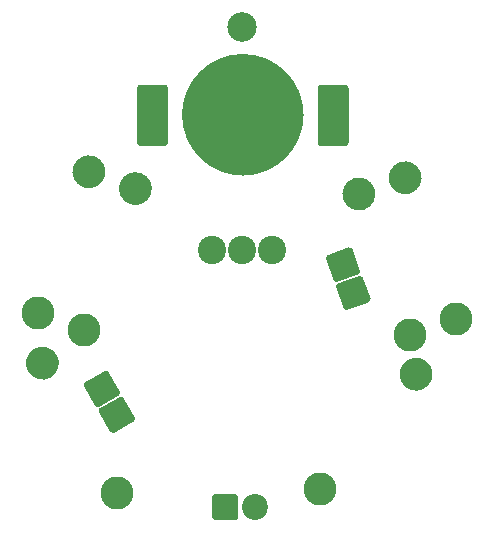
<source format=gbr>
%TF.GenerationSoftware,KiCad,Pcbnew,5.1.10*%
%TF.CreationDate,2021-10-27T07:56:43+02:00*%
%TF.ProjectId,xmas-badge,786d6173-2d62-4616-9467-652e6b696361,rev?*%
%TF.SameCoordinates,Original*%
%TF.FileFunction,Soldermask,Bot*%
%TF.FilePolarity,Negative*%
%FSLAX46Y46*%
G04 Gerber Fmt 4.6, Leading zero omitted, Abs format (unit mm)*
G04 Created by KiCad (PCBNEW 5.1.10) date 2021-10-27 07:56:43*
%MOMM*%
%LPD*%
G01*
G04 APERTURE LIST*
%ADD10C,2.500000*%
%ADD11C,2.200000*%
%ADD12C,2.800000*%
%ADD13C,2.400000*%
G04 APERTURE END LIST*
D10*
%TO.C, *%
X48056800Y-24993600D03*
%TD*%
%TO.C,D1*%
G36*
G01*
X45534400Y-66533600D02*
X45534400Y-64733600D01*
G75*
G02*
X45734400Y-64533600I200000J0D01*
G01*
X47534400Y-64533600D01*
G75*
G02*
X47734400Y-64733600I0J-200000D01*
G01*
X47734400Y-66533600D01*
G75*
G02*
X47534400Y-66733600I-200000J0D01*
G01*
X45734400Y-66733600D01*
G75*
G02*
X45534400Y-66533600I0J200000D01*
G01*
G37*
D11*
X49174400Y-65633600D03*
%TD*%
%TO.C,R1*%
G36*
G01*
X34598828Y-38555874D02*
X34598828Y-38555874D01*
G75*
G02*
X33762086Y-36761476I478828J1315570D01*
G01*
X33762086Y-36761476D01*
G75*
G02*
X35556484Y-35924734I1315570J-478828D01*
G01*
X35556484Y-35924734D01*
G75*
G02*
X36393226Y-37719132I-478828J-1315570D01*
G01*
X36393226Y-37719132D01*
G75*
G02*
X34598828Y-38555874I-1315570J478828D01*
G01*
G37*
D12*
X30734000Y-49174400D03*
%TD*%
%TO.C,R2*%
G36*
G01*
X38535572Y-39974370D02*
X38535572Y-39974370D01*
G75*
G02*
X37698830Y-38179972I478828J1315570D01*
G01*
X37698830Y-38179972D01*
G75*
G02*
X39493228Y-37343230I1315570J-478828D01*
G01*
X39493228Y-37343230D01*
G75*
G02*
X40329970Y-39137628I-478828J-1315570D01*
G01*
X40329970Y-39137628D01*
G75*
G02*
X38535572Y-39974370I-1315570J478828D01*
G01*
G37*
X34670744Y-50592896D03*
%TD*%
%TO.C,R3*%
X37490400Y-64440123D03*
G36*
G01*
X31840400Y-54654036D02*
X31840400Y-54654036D01*
G75*
G02*
X29927964Y-54141600I-700000J1212436D01*
G01*
X29927964Y-54141600D01*
G75*
G02*
X30440400Y-52229164I1212436J700000D01*
G01*
X30440400Y-52229164D01*
G75*
G02*
X32352836Y-52741600I700000J-1212436D01*
G01*
X32352836Y-52741600D01*
G75*
G02*
X31840400Y-54654036I-1212436J-700000D01*
G01*
G37*
%TD*%
%TO.C,R4*%
X62280800Y-51054000D03*
G36*
G01*
X58415972Y-40435474D02*
X58415972Y-40435474D01*
G75*
G02*
X56621574Y-39598732I-478828J1315570D01*
G01*
X56621574Y-39598732D01*
G75*
G02*
X57458316Y-37804334I1315570J478828D01*
G01*
X57458316Y-37804334D01*
G75*
G02*
X59252714Y-38641076I478828J-1315570D01*
G01*
X59252714Y-38641076D01*
G75*
G02*
X58415972Y-40435474I-1315570J-478828D01*
G01*
G37*
%TD*%
%TO.C,R5*%
G36*
G01*
X62327572Y-39063874D02*
X62327572Y-39063874D01*
G75*
G02*
X60533174Y-38227132I-478828J1315570D01*
G01*
X60533174Y-38227132D01*
G75*
G02*
X61369916Y-36432734I1315570J478828D01*
G01*
X61369916Y-36432734D01*
G75*
G02*
X63164314Y-37269476I478828J-1315570D01*
G01*
X63164314Y-37269476D01*
G75*
G02*
X62327572Y-39063874I-1315570J-478828D01*
G01*
G37*
X66192400Y-49682400D03*
%TD*%
%TO.C,R6*%
X54610000Y-64109600D03*
G36*
G01*
X61873500Y-55453298D02*
X61873500Y-55453298D01*
G75*
G02*
X61700941Y-53480933I899903J1072462D01*
G01*
X61700941Y-53480933D01*
G75*
G02*
X63673306Y-53308374I1072462J-899903D01*
G01*
X63673306Y-53308374D01*
G75*
G02*
X63845865Y-55280739I-899903J-1072462D01*
G01*
X63845865Y-55280739D01*
G75*
G02*
X61873500Y-55453298I-1072462J899903D01*
G01*
G37*
%TD*%
D13*
%TO.C,S1*%
X50596800Y-43891200D03*
X48056800Y-43891200D03*
X45516800Y-43891200D03*
%TD*%
%TO.C,U1*%
G36*
G01*
X54716960Y-29859600D02*
X56798240Y-29859600D01*
G75*
G02*
X57058400Y-30119760I0J-260160D01*
G01*
X57058400Y-34801040D01*
G75*
G02*
X56798240Y-35061200I-260160J0D01*
G01*
X54716960Y-35061200D01*
G75*
G02*
X54456800Y-34801040I0J260160D01*
G01*
X54456800Y-30119760D01*
G75*
G02*
X54716960Y-29859600I260160J0D01*
G01*
G37*
G36*
G01*
X39416960Y-29859600D02*
X41498240Y-29859600D01*
G75*
G02*
X41758400Y-30119760I0J-260160D01*
G01*
X41758400Y-34801040D01*
G75*
G02*
X41498240Y-35061200I-260160J0D01*
G01*
X39416960Y-35061200D01*
G75*
G02*
X39156800Y-34801040I0J260160D01*
G01*
X39156800Y-30119760D01*
G75*
G02*
X39416960Y-29859600I260160J0D01*
G01*
G37*
G36*
G01*
X42956800Y-32410400D02*
X42956800Y-32410400D01*
G75*
G02*
X48107600Y-27259600I5150800J0D01*
G01*
X48107600Y-27259600D01*
G75*
G02*
X53258400Y-32410400I0J-5150800D01*
G01*
X53258400Y-32410400D01*
G75*
G02*
X48107600Y-37561200I-5150800J0D01*
G01*
X48107600Y-37561200D01*
G75*
G02*
X42956800Y-32410400I0J5150800D01*
G01*
G37*
%TD*%
%TO.C, *%
G36*
G01*
X35630370Y-57092025D02*
X34630370Y-55359975D01*
G75*
G02*
X34703575Y-55086770I173205J100000D01*
G01*
X36435625Y-54086770D01*
G75*
G02*
X36708830Y-54159975I100000J-173205D01*
G01*
X37708830Y-55892025D01*
G75*
G02*
X37635625Y-56165230I-173205J-100000D01*
G01*
X35903575Y-57165230D01*
G75*
G02*
X35630370Y-57092025I-100000J173205D01*
G01*
G37*
%TD*%
%TO.C, *%
G36*
G01*
X36900370Y-59276425D02*
X35900370Y-57544375D01*
G75*
G02*
X35973575Y-57271170I173205J100000D01*
G01*
X37705625Y-56271170D01*
G75*
G02*
X37978830Y-56344375I100000J-173205D01*
G01*
X38978830Y-58076425D01*
G75*
G02*
X38905625Y-58349630I-173205J-100000D01*
G01*
X37173575Y-59349630D01*
G75*
G02*
X36900370Y-59276425I-100000J173205D01*
G01*
G37*
%TD*%
%TO.C, *%
G36*
G01*
X55805589Y-46460517D02*
X55121548Y-44581132D01*
G75*
G02*
X55241083Y-44324789I187939J68404D01*
G01*
X57120468Y-43640748D01*
G75*
G02*
X57376811Y-43760283I68404J-187939D01*
G01*
X58060852Y-45639668D01*
G75*
G02*
X57941317Y-45896011I-187939J-68404D01*
G01*
X56061932Y-46580052D01*
G75*
G02*
X55805589Y-46460517I-68404J187939D01*
G01*
G37*
%TD*%
%TO.C, *%
G36*
G01*
X56669189Y-48848117D02*
X55985148Y-46968732D01*
G75*
G02*
X56104683Y-46712389I187939J68404D01*
G01*
X57984068Y-46028348D01*
G75*
G02*
X58240411Y-46147883I68404J-187939D01*
G01*
X58924452Y-48027268D01*
G75*
G02*
X58804917Y-48283611I-187939J-68404D01*
G01*
X56925532Y-48967652D01*
G75*
G02*
X56669189Y-48848117I-68404J187939D01*
G01*
G37*
%TD*%
M02*

</source>
